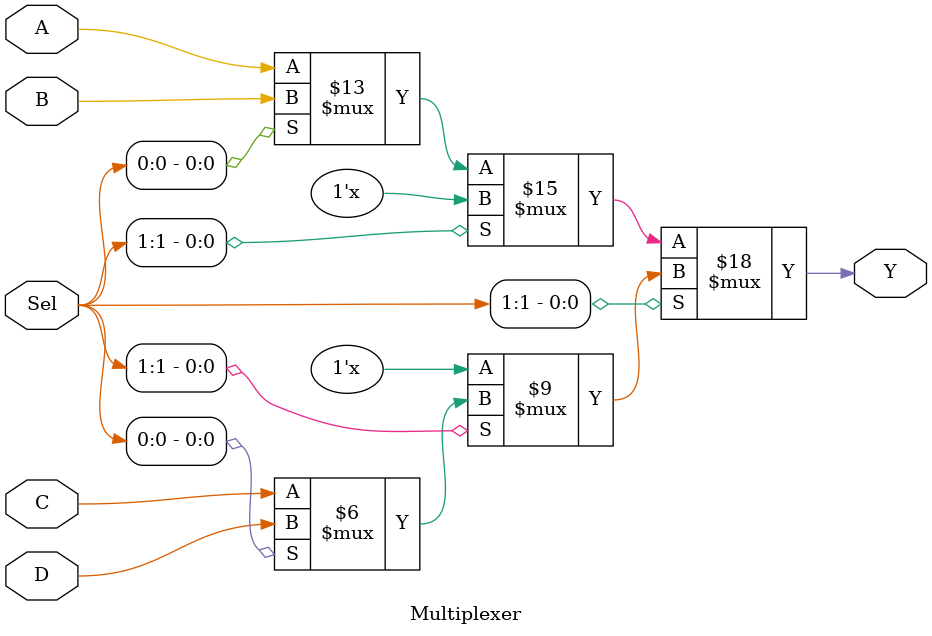
<source format=v>
module Multiplexer(Sel,A,B,C,D,Y);

input [1:0] Sel;
input A,B,C,D;
output Y;

reg Y;

always @(Sel or A or B or C or D)
if(Sel[1]==0)
if(Sel[0]==0)
Y=A;
else
Y=B;
else
if(Sel[0]==0)
Y=C;
else Y=D;

endmodule
</source>
